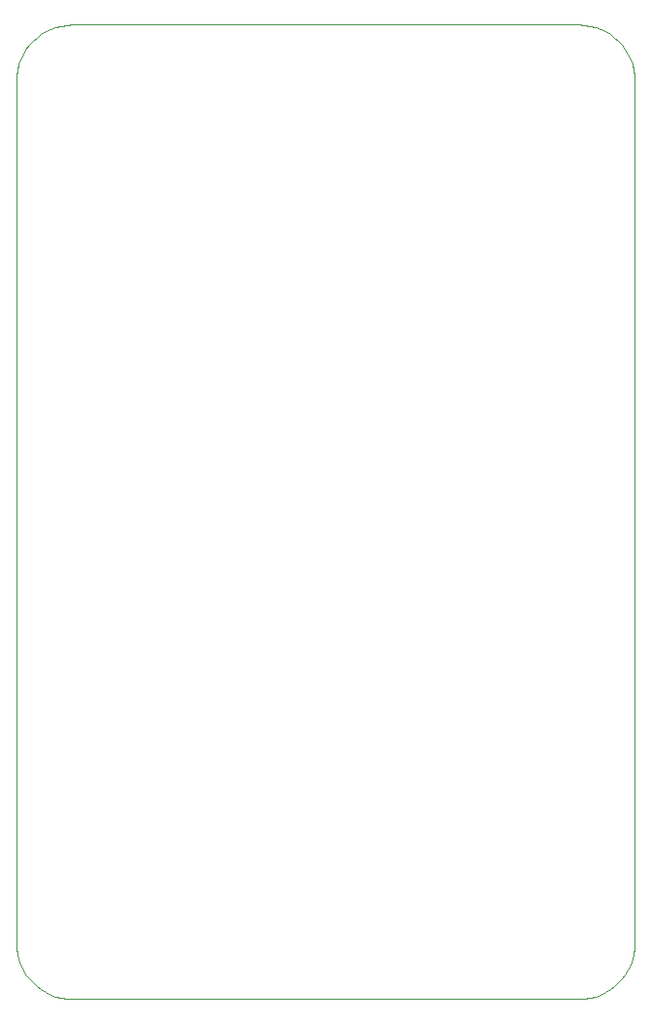
<source format=gbr>
%TF.GenerationSoftware,KiCad,Pcbnew,5.1.6*%
%TF.CreationDate,2020-10-03T01:30:16+01:00*%
%TF.ProjectId,PCB-Business-Card,5043422d-4275-4736-996e-6573732d4361,rev?*%
%TF.SameCoordinates,Original*%
%TF.FileFunction,Profile,NP*%
%FSLAX46Y46*%
G04 Gerber Fmt 4.6, Leading zero omitted, Abs format (unit mm)*
G04 Created by KiCad (PCBNEW 5.1.6) date 2020-10-03 01:30:16*
%MOMM*%
%LPD*%
G01*
G04 APERTURE LIST*
%TA.AperFunction,Profile*%
%ADD10C,0.100000*%
%TD*%
G04 APERTURE END LIST*
D10*
%TO.C,Ref\u002A\u002A*%
X168625300Y-56100000D02*
X168625300Y-56100000D01*
X168625300Y-56100000D02*
X168625300Y-56100000D01*
X168120330Y-56125336D02*
X168625300Y-56100000D01*
X167630260Y-56199718D02*
X168120330Y-56125336D01*
X167157530Y-56320708D02*
X167630260Y-56199718D01*
X166704590Y-56485867D02*
X167157530Y-56320708D01*
X166273870Y-56692756D02*
X166704590Y-56485867D01*
X165867810Y-56938937D02*
X166273870Y-56692756D01*
X165488840Y-57221970D02*
X165867810Y-56938937D01*
X165139420Y-57539420D02*
X165488840Y-57221970D01*
X164821970Y-57888840D02*
X165139420Y-57539420D01*
X164538937Y-58267810D02*
X164821970Y-57888840D01*
X164292756Y-58673870D02*
X164538937Y-58267810D01*
X164085867Y-59104590D02*
X164292756Y-58673870D01*
X163920708Y-59557530D02*
X164085867Y-59104590D01*
X163799718Y-60030260D02*
X163920708Y-59557530D01*
X163725336Y-60520330D02*
X163799718Y-60030260D01*
X163700000Y-61025300D02*
X163725336Y-60520330D01*
X163700000Y-136174700D02*
X163700000Y-61025300D01*
X163725336Y-136679700D02*
X163700000Y-136174700D01*
X163799718Y-137169700D02*
X163725336Y-136679700D01*
X163920708Y-137642500D02*
X163799718Y-137169700D01*
X164085867Y-138095400D02*
X163920708Y-137642500D01*
X164292756Y-138526100D02*
X164085867Y-138095400D01*
X164538937Y-138932200D02*
X164292756Y-138526100D01*
X164821970Y-139311200D02*
X164538937Y-138932200D01*
X165139420Y-139660600D02*
X164821970Y-139311200D01*
X165488840Y-139978000D02*
X165139420Y-139660600D01*
X165867810Y-140261100D02*
X165488840Y-139978000D01*
X166273870Y-140507200D02*
X165867810Y-140261100D01*
X166704590Y-140714100D02*
X166273870Y-140507200D01*
X167157530Y-140879300D02*
X166704590Y-140714100D01*
X167630260Y-141000300D02*
X167157530Y-140879300D01*
X168120330Y-141074700D02*
X167630260Y-141000300D01*
X168625300Y-141100000D02*
X168120330Y-141074700D01*
X212774700Y-141100000D02*
X168625300Y-141100000D01*
X213279700Y-141074700D02*
X212774700Y-141100000D01*
X213769700Y-141000300D02*
X213279700Y-141074700D01*
X214242500Y-140879300D02*
X213769700Y-141000300D01*
X214695400Y-140714100D02*
X214242500Y-140879300D01*
X215126100Y-140507200D02*
X214695400Y-140714100D01*
X215532200Y-140261100D02*
X215126100Y-140507200D01*
X215911200Y-139978000D02*
X215532200Y-140261100D01*
X216260600Y-139660600D02*
X215911200Y-139978000D01*
X216578000Y-139311200D02*
X216260600Y-139660600D01*
X216861100Y-138932200D02*
X216578000Y-139311200D01*
X217107200Y-138526100D02*
X216861100Y-138932200D01*
X217314100Y-138095400D02*
X217107200Y-138526100D01*
X217479300Y-137642500D02*
X217314100Y-138095400D01*
X217600300Y-137169700D02*
X217479300Y-137642500D01*
X217674700Y-136679700D02*
X217600300Y-137169700D01*
X217700000Y-136174700D02*
X217674700Y-136679700D01*
X217700000Y-61025300D02*
X217700000Y-136174700D01*
X217674700Y-60520330D02*
X217700000Y-61025300D01*
X217600300Y-60030260D02*
X217674700Y-60520330D01*
X217479300Y-59557530D02*
X217600300Y-60030260D01*
X217314100Y-59104590D02*
X217479300Y-59557530D01*
X217107200Y-58673870D02*
X217314100Y-59104590D01*
X216861100Y-58267810D02*
X217107200Y-58673870D01*
X216578000Y-57888840D02*
X216861100Y-58267810D01*
X216260600Y-57539420D02*
X216578000Y-57888840D01*
X215911200Y-57221970D02*
X216260600Y-57539420D01*
X215532200Y-56938937D02*
X215911200Y-57221970D01*
X215126100Y-56692756D02*
X215532200Y-56938937D01*
X214695400Y-56485867D02*
X215126100Y-56692756D01*
X214242500Y-56320708D02*
X214695400Y-56485867D01*
X213769700Y-56199718D02*
X214242500Y-56320708D01*
X213279700Y-56125336D02*
X213769700Y-56199718D01*
X212774700Y-56100000D02*
X213279700Y-56125336D01*
X168625300Y-56100000D02*
X212774700Y-56100000D01*
%TD*%
M02*

</source>
